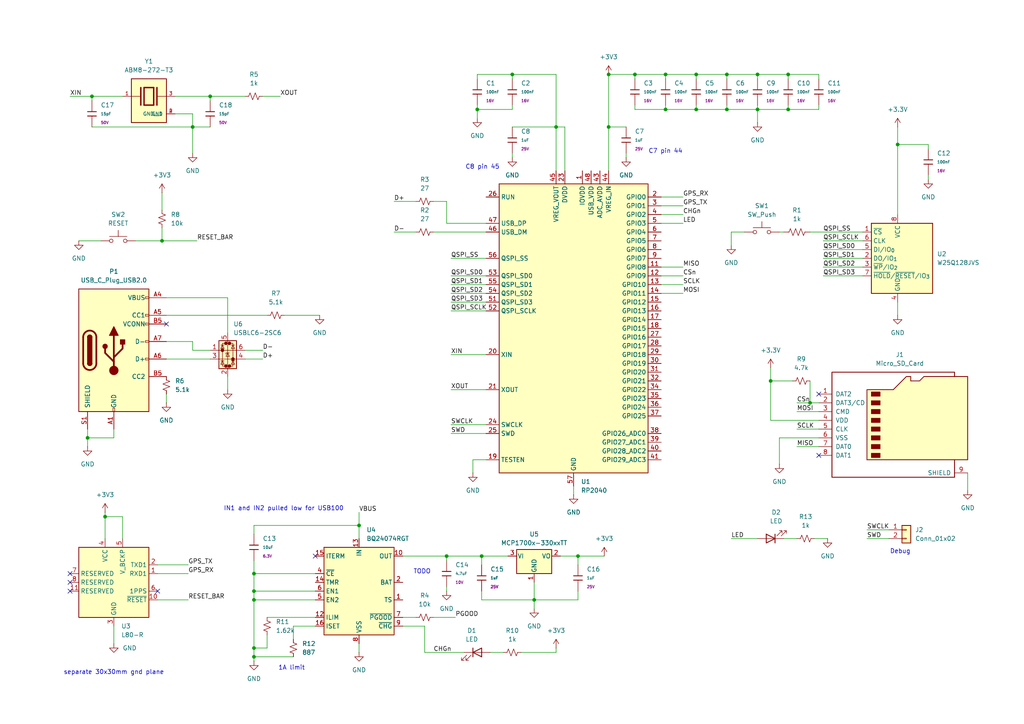
<source format=kicad_sch>
(kicad_sch (version 20250114) (generator "eeschema") (generator_version "9.0")
  (paper "A4")
  (title_block (title "AndrewTag - Personal GNSS Logger") (date "2025-12-02") (rev "1") (company "panpan designs"))
  (text "IN1 and IN2 pulled low for USB100\n" (at 82.296 147.574 0) (effects (font (size 1.27 1.27))))
  (text "1A limit" (at 84.582 193.802 0) (effects (font (size 1.27 1.27))))
  (text "separate 30x30mm gnd plane" (at 33.02 195.072 0) (effects (font (size 1.27 1.27))))
  (text "C8 pin 45\n" (at 139.954 48.514 0) (effects (font (size 1.27 1.27))))
  (text "TODO\n" (at 122.428 165.862 0) (effects (font (size 1.27 1.27))))
  (text "C7 pin 44\n" (at 193.04 43.942 0) (effects (font (size 1.27 1.27))))
  (text "Debug\n" (at 261.112 160.02 0) (effects (font (size 1.27 1.27))))
  (junction (at 176.53 21.59))
  (junction (at 154.94 173.99))
  (junction (at 167.64 161.29))
  (junction (at 25.4 127))
  (junction (at 73.66 187.96))
  (junction (at 138.43 31.75))
  (junction (at 73.66 171.45))
  (junction (at 260.35 41.91))
  (junction (at 223.52 110.49))
  (junction (at 55.88 36.83))
  (junction (at 184.15 21.59))
  (junction (at 129.54 161.29))
  (junction (at 73.66 166.37))
  (junction (at 176.53 36.83))
  (junction (at 73.66 173.99))
  (junction (at 201.93 21.59))
  (junction (at 161.29 36.83))
  (junction (at 234.95 116.84))
  (junction (at 210.82 31.75))
  (junction (at 104.14 152.4))
  (junction (at 139.7 161.29))
  (junction (at 193.04 21.59))
  (junction (at 30.48 149.86))
  (junction (at 210.82 21.59))
  (junction (at 148.59 21.59))
  (junction (at 60.96 27.94))
  (junction (at 73.66 190.5))
  (junction (at 219.71 31.75))
  (junction (at 193.04 31.75))
  (junction (at 228.6 21.59))
  (junction (at 228.6 31.75))
  (junction (at 219.71 21.59))
  (junction (at 26.67 27.94))
  (junction (at 46.99 69.85))
  (junction (at 201.93 31.75))
  (no_connect (at 45.72 171.45))
  (no_connect (at 237.49 114.3))
  (no_connect (at 91.44 161.29))
  (no_connect (at 48.26 93.98))
  (no_connect (at 20.32 168.91))
  (no_connect (at 237.49 132.08))
  (no_connect (at 20.32 166.37))
  (no_connect (at 20.32 171.45))
  (wire (pts (xy 73.66 187.96) (xy 73.66 190.5)))
  (wire (pts (xy 148.59 44.45) (xy 148.59 45.72)))
  (wire (pts (xy 231.14 129.54) (xy 237.49 129.54)))
  (wire (pts (xy 191.77 80.01) (xy 198.12 80.01)))
  (wire (pts (xy 104.14 152.4) (xy 73.66 152.4)))
  (wire (pts (xy 237.49 30.48) (xy 237.49 31.75)))
  (wire (pts (xy 191.77 85.09) (xy 198.12 85.09)))
  (wire (pts (xy 167.64 161.29) (xy 167.64 163.83)))
  (wire (pts (xy 163.83 36.83) (xy 163.83 49.53)))
  (wire (pts (xy 223.52 121.92) (xy 237.49 121.92)))
  (wire (pts (xy 167.64 161.29) (xy 175.26 161.29)))
  (wire (pts (xy 227.33 156.21) (xy 231.14 156.21)))
  (wire (pts (xy 73.66 152.4) (xy 73.66 154.94)))
  (wire (pts (xy 151.13 189.23) (xy 161.29 189.23)))
  (wire (pts (xy 228.6 31.75) (xy 237.49 31.75)))
  (wire (pts (xy 238.76 77.47) (xy 250.19 77.47)))
  (wire (pts (xy 237.49 127) (xy 226.06 127)))
  (wire (pts (xy 251.46 153.67) (xy 257.81 153.67)))
  (wire (pts (xy 228.6 21.59) (xy 237.49 21.59)))
  (wire (pts (xy 129.54 58.42) (xy 129.54 64.77)))
  (wire (pts (xy 116.84 161.29) (xy 129.54 161.29)))
  (wire (pts (xy 129.54 161.29) (xy 129.54 162.56)))
  (wire (pts (xy 125.73 179.07) (xy 132.08 179.07)))
  (wire (pts (xy 138.43 21.59) (xy 148.59 21.59)))
  (wire (pts (xy 55.88 36.83) (xy 60.96 36.83)))
  (wire (pts (xy 191.77 77.47) (xy 198.12 77.47)))
  (wire (pts (xy 191.77 59.69) (xy 198.12 59.69)))
  (wire (pts (xy 137.16 133.35) (xy 137.16 137.16)))
  (wire (pts (xy 30.48 148.59) (xy 30.48 149.86)))
  (wire (pts (xy 260.35 87.63) (xy 260.35 91.44)))
  (wire (pts (xy 82.55 91.44) (xy 92.71 91.44)))
  (wire (pts (xy 71.12 101.6) (xy 76.2 101.6)))
  (wire (pts (xy 130.81 85.09) (xy 140.97 85.09)))
  (wire (pts (xy 66.04 96.52) (xy 66.04 86.36)))
  (wire (pts (xy 130.81 87.63) (xy 140.97 87.63)))
  (wire (pts (xy 260.35 41.91) (xy 269.24 41.91)))
  (wire (pts (xy 91.44 166.37) (xy 73.66 166.37)))
  (wire (pts (xy 269.24 50.8) (xy 269.24 52.07)))
  (wire (pts (xy 219.71 21.59) (xy 219.71 22.86)))
  (wire (pts (xy 201.93 30.48) (xy 201.93 31.75)))
  (wire (pts (xy 161.29 36.83) (xy 161.29 49.53)))
  (wire (pts (xy 238.76 69.85) (xy 250.19 69.85)))
  (wire (pts (xy 50.8 33.02) (xy 55.88 33.02)))
  (wire (pts (xy 55.88 33.02) (xy 55.88 36.83)))
  (wire (pts (xy 191.77 62.23) (xy 198.12 62.23)))
  (wire (pts (xy 26.67 27.94) (xy 26.67 29.21)))
  (wire (pts (xy 20.32 27.94) (xy 26.67 27.94)))
  (wire (pts (xy 215.9 67.31) (xy 212.09 67.31)))
  (wire (pts (xy 231.14 119.38) (xy 237.49 119.38)))
  (wire (pts (xy 123.19 181.61) (xy 116.84 181.61)))
  (wire (pts (xy 154.94 173.99) (xy 167.64 173.99)))
  (wire (pts (xy 228.6 30.48) (xy 228.6 31.75)))
  (wire (pts (xy 176.53 21.59) (xy 176.53 36.83)))
  (wire (pts (xy 33.02 181.61) (xy 33.02 186.69)))
  (wire (pts (xy 142.24 189.23) (xy 146.05 189.23)))
  (wire (pts (xy 25.4 124.46) (xy 25.4 127)))
  (wire (pts (xy 212.09 67.31) (xy 212.09 71.12)))
  (wire (pts (xy 251.46 156.21) (xy 257.81 156.21)))
  (wire (pts (xy 73.66 171.45) (xy 91.44 171.45)))
  (wire (pts (xy 55.88 101.6) (xy 60.96 101.6)))
  (wire (pts (xy 114.3 67.31) (xy 120.65 67.31)))
  (wire (pts (xy 201.93 21.59) (xy 201.93 22.86)))
  (wire (pts (xy 85.09 181.61) (xy 85.09 185.42)))
  (wire (pts (xy 234.95 67.31) (xy 250.19 67.31)))
  (wire (pts (xy 167.64 161.29) (xy 162.56 161.29)))
  (wire (pts (xy 39.37 69.85) (xy 46.99 69.85)))
  (wire (pts (xy 130.81 74.93) (xy 140.97 74.93)))
  (wire (pts (xy 73.66 190.5) (xy 85.09 190.5)))
  (wire (pts (xy 46.99 69.85) (xy 57.15 69.85)))
  (wire (pts (xy 237.49 21.59) (xy 237.49 22.86)))
  (wire (pts (xy 236.22 156.21) (xy 240.03 156.21)))
  (wire (pts (xy 73.66 190.5) (xy 73.66 191.77)))
  (wire (pts (xy 45.72 163.83) (xy 54.61 163.83)))
  (wire (pts (xy 130.81 125.73) (xy 140.97 125.73)))
  (wire (pts (xy 148.59 30.48) (xy 148.59 31.75)))
  (wire (pts (xy 46.99 69.85) (xy 46.99 66.04)))
  (wire (pts (xy 140.97 133.35) (xy 137.16 133.35)))
  (wire (pts (xy 228.6 21.59) (xy 228.6 22.86)))
  (wire (pts (xy 130.81 80.01) (xy 140.97 80.01)))
  (wire (pts (xy 35.56 149.86) (xy 35.56 156.21)))
  (wire (pts (xy 181.61 44.45) (xy 181.61 45.72)))
  (wire (pts (xy 212.09 156.21) (xy 219.71 156.21)))
  (wire (pts (xy 210.82 21.59) (xy 219.71 21.59)))
  (wire (pts (xy 260.35 36.83) (xy 260.35 41.91)))
  (wire (pts (xy 138.43 30.48) (xy 138.43 31.75)))
  (wire (pts (xy 148.59 21.59) (xy 161.29 21.59)))
  (wire (pts (xy 130.81 123.19) (xy 140.97 123.19)))
  (wire (pts (xy 193.04 21.59) (xy 193.04 22.86)))
  (wire (pts (xy 191.77 64.77) (xy 198.12 64.77)))
  (wire (pts (xy 91.44 181.61) (xy 85.09 181.61)))
  (wire (pts (xy 138.43 31.75) (xy 138.43 34.29)))
  (wire (pts (xy 130.81 113.03) (xy 140.97 113.03)))
  (wire (pts (xy 161.29 189.23) (xy 161.29 187.96)))
  (wire (pts (xy 25.4 127) (xy 25.4 129.54)))
  (wire (pts (xy 234.95 116.84) (xy 237.49 116.84)))
  (wire (pts (xy 231.14 116.84) (xy 234.95 116.84)))
  (wire (pts (xy 260.35 41.91) (xy 260.35 62.23)))
  (wire (pts (xy 167.64 171.45) (xy 167.64 173.99)))
  (wire (pts (xy 269.24 41.91) (xy 269.24 43.18)))
  (wire (pts (xy 130.81 90.17) (xy 140.97 90.17)))
  (wire (pts (xy 166.37 140.97) (xy 166.37 143.51)))
  (wire (pts (xy 161.29 21.59) (xy 161.29 36.83)))
  (wire (pts (xy 223.52 110.49) (xy 223.52 121.92)))
  (wire (pts (xy 125.73 58.42) (xy 129.54 58.42)))
  (wire (pts (xy 226.06 67.31) (xy 227.33 67.31)))
  (wire (pts (xy 176.53 36.83) (xy 181.61 36.83)))
  (wire (pts (xy 210.82 30.48) (xy 210.82 31.75)))
  (wire (pts (xy 219.71 30.48) (xy 219.71 31.75)))
  (wire (pts (xy 55.88 36.83) (xy 55.88 44.45)))
  (wire (pts (xy 134.62 189.23) (xy 123.19 189.23)))
  (wire (pts (xy 201.93 31.75) (xy 210.82 31.75)))
  (wire (pts (xy 219.71 21.59) (xy 228.6 21.59)))
  (wire (pts (xy 77.47 187.96) (xy 73.66 187.96)))
  (wire (pts (xy 210.82 21.59) (xy 210.82 22.86)))
  (wire (pts (xy 154.94 173.99) (xy 154.94 176.53)))
  (wire (pts (xy 73.66 166.37) (xy 73.66 171.45)))
  (wire (pts (xy 223.52 106.68) (xy 223.52 110.49)))
  (wire (pts (xy 60.96 27.94) (xy 71.12 27.94)))
  (wire (pts (xy 161.29 36.83) (xy 163.83 36.83)))
  (wire (pts (xy 191.77 82.55) (xy 198.12 82.55)))
  (wire (pts (xy 138.43 21.59) (xy 138.43 22.86)))
  (wire (pts (xy 184.15 31.75) (xy 193.04 31.75)))
  (wire (pts (xy 201.93 21.59) (xy 210.82 21.59)))
  (wire (pts (xy 45.72 166.37) (xy 54.61 166.37)))
  (wire (pts (xy 139.7 161.29) (xy 139.7 163.83)))
  (wire (pts (xy 104.14 152.4) (xy 104.14 156.21)))
  (wire (pts (xy 48.26 104.14) (xy 60.96 104.14)))
  (wire (pts (xy 26.67 36.83) (xy 55.88 36.83)))
  (wire (pts (xy 234.95 110.49) (xy 234.95 116.84)))
  (wire (pts (xy 66.04 109.22) (xy 66.04 113.03)))
  (wire (pts (xy 193.04 31.75) (xy 201.93 31.75)))
  (wire (pts (xy 30.48 149.86) (xy 35.56 149.86)))
  (wire (pts (xy 129.54 64.77) (xy 140.97 64.77)))
  (wire (pts (xy 139.7 171.45) (xy 139.7 173.99)))
  (wire (pts (xy 139.7 161.29) (xy 147.32 161.29)))
  (wire (pts (xy 22.86 69.85) (xy 29.21 69.85)))
  (wire (pts (xy 125.73 67.31) (xy 140.97 67.31)))
  (wire (pts (xy 280.67 137.16) (xy 280.67 142.24)))
  (wire (pts (xy 238.76 74.93) (xy 250.19 74.93)))
  (wire (pts (xy 77.47 184.15) (xy 77.47 187.96)))
  (wire (pts (xy 76.2 27.94) (xy 81.28 27.94)))
  (wire (pts (xy 231.14 124.46) (xy 237.49 124.46)))
  (wire (pts (xy 238.76 80.01) (xy 250.19 80.01)))
  (wire (pts (xy 48.26 99.06) (xy 55.88 99.06)))
  (wire (pts (xy 184.15 21.59) (xy 184.15 22.86)))
  (wire (pts (xy 193.04 30.48) (xy 193.04 31.75)))
  (wire (pts (xy 73.66 173.99) (xy 73.66 187.96)))
  (wire (pts (xy 148.59 21.59) (xy 148.59 22.86)))
  (wire (pts (xy 30.48 149.86) (xy 30.48 156.21)))
  (wire (pts (xy 210.82 31.75) (xy 219.71 31.75)))
  (wire (pts (xy 77.47 179.07) (xy 91.44 179.07)))
  (wire (pts (xy 114.3 58.42) (xy 120.65 58.42)))
  (wire (pts (xy 130.81 82.55) (xy 140.97 82.55)))
  (wire (pts (xy 161.29 36.83) (xy 148.59 36.83)))
  (wire (pts (xy 139.7 173.99) (xy 154.94 173.99)))
  (wire (pts (xy 130.81 102.87) (xy 140.97 102.87)))
  (wire (pts (xy 176.53 21.59) (xy 184.15 21.59)))
  (wire (pts (xy 48.26 86.36) (xy 66.04 86.36)))
  (wire (pts (xy 33.02 127) (xy 33.02 124.46)))
  (wire (pts (xy 73.66 171.45) (xy 73.66 173.99)))
  (wire (pts (xy 60.96 27.94) (xy 60.96 29.21)))
  (wire (pts (xy 71.12 104.14) (xy 76.2 104.14)))
  (wire (pts (xy 48.26 114.3) (xy 48.26 116.84)))
  (wire (pts (xy 116.84 179.07) (xy 120.65 179.07)))
  (wire (pts (xy 184.15 21.59) (xy 193.04 21.59)))
  (wire (pts (xy 123.19 189.23) (xy 123.19 181.61)))
  (wire (pts (xy 219.71 31.75) (xy 219.71 35.56)))
  (wire (pts (xy 191.77 57.15) (xy 198.12 57.15)))
  (wire (pts (xy 55.88 99.06) (xy 55.88 101.6)))
  (wire (pts (xy 193.04 21.59) (xy 201.93 21.59)))
  (wire (pts (xy 104.14 148.59) (xy 104.14 152.4)))
  (wire (pts (xy 26.67 27.94) (xy 35.56 27.94)))
  (wire (pts (xy 226.06 127) (xy 226.06 134.62)))
  (wire (pts (xy 219.71 31.75) (xy 228.6 31.75)))
  (wire (pts (xy 238.76 72.39) (xy 250.19 72.39)))
  (wire (pts (xy 45.72 173.99) (xy 54.61 173.99)))
  (wire (pts (xy 73.66 173.99) (xy 91.44 173.99)))
  (wire (pts (xy 48.26 91.44) (xy 77.47 91.44)))
  (wire (pts (xy 184.15 30.48) (xy 184.15 31.75)))
  (wire (pts (xy 176.53 36.83) (xy 176.53 49.53)))
  (wire (pts (xy 50.8 27.94) (xy 60.96 27.94)))
  (wire (pts (xy 154.94 168.91) (xy 154.94 173.99)))
  (wire (pts (xy 129.54 170.18) (xy 129.54 171.45)))
  (wire (pts (xy 46.99 55.88) (xy 46.99 60.96)))
  (wire (pts (xy 148.59 31.75) (xy 138.43 31.75)))
  (wire (pts (xy 129.54 161.29) (xy 139.7 161.29)))
  (wire (pts (xy 223.52 110.49) (xy 229.87 110.49)))
  (wire (pts (xy 73.66 162.56) (xy 73.66 166.37)))
  (wire (pts (xy 104.14 186.69) (xy 104.14 189.23)))
  (wire (pts (xy 25.4 127) (xy 33.02 127)))
  (label "XIN" (at 130.81 102.87 0))
  (label "QSPI_SD0" (at 130.81 80.01 0))
  (label "RESET_BAR" (at 57.15 69.85 0))
  (label "SCLK" (at 231.14 124.46 0))
  (label "GPS_TX" (at 198.12 59.69 0))
  (label "MOSI" (at 231.14 119.38 0))
  (label "SWD" (at 251.46 156.21 0))
  (label "D-" (at 76.2 101.6 0))
  (label "GPS_RX" (at 198.12 57.15 0))
  (label "GPS_RX" (at 54.61 166.37 0))
  (label "D+" (at 114.3 58.42 0))
  (label "SWCLK" (at 130.81 123.19 0))
  (label "MISO" (at 198.12 77.47 0))
  (label "XOUT" (at 130.81 113.03 0))
  (label "CSn" (at 231.14 116.84 0))
  (label "QSPI_SD1" (at 238.76 74.93 0))
  (label "MISO" (at 231.14 129.54 0))
  (label "QSPI_SD2" (at 130.81 85.09 0))
  (label "QSPI_SD1" (at 130.81 82.55 0))
  (label "SWD" (at 130.81 125.73 0))
  (label "SWCLK" (at 251.46 153.67 0))
  (label "CSn" (at 198.12 80.01 0))
  (label "LED" (at 198.12 64.77 0))
  (label "QSPI_SD3" (at 130.81 87.63 0))
  (label "VBUS" (at 104.14 148.59 0))
  (label "QSPI_SS" (at 238.76 67.31 0))
  (label "RESET_BAR" (at 54.61 173.99 0))
  (label "LED" (at 212.09 156.21 0))
  (label "CHGn" (at 125.73 189.23 0))
  (label "XIN" (at 20.32 27.94 0))
  (label "PGOOD" (at 132.08 179.07 0))
  (label "GPS_TX" (at 54.61 163.83 0))
  (label "QSPI_SD2" (at 238.76 77.47 0))
  (label "QSPI_SCLK" (at 238.76 69.85 0))
  (label "MOSI" (at 198.12 85.09 0))
  (label "D-" (at 114.3 67.31 0))
  (label "CHGn" (at 198.12 62.23 0))
  (label "D+" (at 76.2 104.14 0))
  (label "QSPI_SCLK" (at 130.81 90.17 0))
  (label "SCLK" (at 198.12 82.55 0))
  (label "QSPI_SD3" (at 238.76 80.01 0))
  (label "XOUT" (at 81.28 27.94 0))
  (label "QSPI_SD0" (at 238.76 72.39 0))
  (label "QSPI_SS" (at 130.81 74.93 0))
  (symbol (lib_id "Switch:SW_Push") (at 34.29 69.85 0) (unit 1)
    (property "Reference" "SW2" (at 34.29 62.23 0))
    (property "Value" "RESET" (at 34.29 64.77 0))
    (property "Description" "Push button switch, generic, two pins" (effects (hide yes)))
  )
  (symbol (lib_id "power:GND") (at 226.06 134.62 0) (unit 1)
    (property "Reference" "#PWR027" (effects (hide yes)))
    (property "Value" "GND" (at 226.06 139.7 0))
    (property "Description" "Power symbol creates a global label with name \"GND\" , ground" (effects (hide yes)))
  )
  (symbol (lib_id "power:GND") (at 269.24 52.07 0) (unit 1)
    (property "Reference" "#PWR02" (effects (hide yes)))
    (property "Value" "GND" (at 269.24 57.15 0))
    (property "Description" "Power symbol creates a global label with name \"GND\" , ground" (effects (hide yes)))
  )
  (symbol (lib_id "power:GND") (at 25.4 129.54 0) (unit 1)
    (property "Reference" "#PWR020" (effects (hide yes)))
    (property "Value" "GND" (at 25.4 134.62 0))
    (property "Description" "Power symbol creates a global label with name \"GND\" , ground" (effects (hide yes)))
  )
  (symbol (lib_id "PCM_JLCPCB-Capacitors:0402,15pF") (at 60.96 33.02 0) (unit 1)
    (property "Reference" "C18" (at 63.5 30.4799 0) (effects (justify left)))
    (property "Value" "15pF" (at 63.5 33.02 0) (effects (font (size 0.8 0.8)) (justify left)))
    (property "Footprint" "PCM_JLCPCB:C_0402" (effects (hide yes)))
    (property "Datasheet" "https://www.lcsc.com/datasheet/lcsc_datasheet_2304140030_FH--Guangdong-Fenghua-Advanced-Tech-0402CG150J500NT_C1548.pdf" (effects (hide yes)))
    (property "Description" "50V 15pF C0G ±5% 0402 Multilayer Ceramic Capacitors MLCC - SMD/SMT ROHS" (effects (hide yes)))
    (property "LCSC" "C1548" (effects (hide yes)))
    (property "Stock" "959507" (effects (hide yes)))
    (property "Price" "0.004USD" (effects (hide yes)))
    (property "Process" "SMT" (effects (hide yes)))
    (property "Minimum Qty" "20" (effects (hide yes)))
    (property "Attrition Qty" "10" (effects (hide yes)))
    (property "Class" "Basic Component" (effects (hide yes)))
    (property "Category" "Capacitors,Multilayer Ceramic Capacitors MLCC - SMD/SMT" (effects (hide yes)))
    (property "Manufacturer" "FH(Guangdong Fenghua Advanced Tech)" (effects (hide yes)))
    (property "Part" "0402CG150J500NT" (effects (hide yes)))
    (property "Voltage Rated" "50V" (at 63.5 35.56 0) (effects (font (size 0.8 0.8)) (justify left)))
    (property "Tolerance" "±5%" (effects (hide yes)))
    (property "Capacitance" "15pF" (effects (hide yes)))
    (property "Temperature Coefficient" "C0G" (effects (hide yes)))
  )
  (symbol (lib_id "Device:R_Small_US") (at 123.19 67.31 270) (unit 1)
    (property "Reference" "R2" (at 123.19 60.96 90))
    (property "Value" "27" (at 123.19 63.5 90))
    (property "Description" "Resistor, small US symbol" (effects (hide yes)))
  )
  (symbol (lib_id "power:GND") (at 104.14 189.23 0) (unit 1)
    (property "Reference" "#PWR013" (effects (hide yes)))
    (property "Value" "GND" (at 104.14 194.31 0))
    (property "Description" "Power symbol creates a global label with name \"GND\" , ground" (effects (hide yes)))
  )
  (symbol (lib_id "ABM8-272-T3:ABM8-272-T3") (at 43.18 27.94 0) (unit 1)
    (property "Reference" "Y1" (at 43.18 17.78 0))
    (property "Value" "ABM8-272-T3" (at 43.18 20.32 0))
    (property "Footprint" "ABM8-272-T3:XTAL_ABM8-272-T3" (effects (hide yes)))
    (property "MAXIMUM_PACKAGE_HEIGHT" "0.8mm" (effects (hide yes)))
    (property "CREATOR" "DIZAR" (effects (hide yes)))
    (property "STANDARD" "Manufacturer Recommendations" (effects (hide yes)))
    (property "PARTREV" "07-29-20" (effects (hide yes)))
    (property "MANUFACTURER" "ABRACON" (effects (hide yes)))
  )
  (symbol (lib_id "PCM_JLCPCB-Capacitors:0402,100nF") (at 210.82 26.67 0) (unit 1)
    (property "Reference" "C6" (at 213.36 24.1299 0) (effects (justify left)))
    (property "Value" "100nF" (at 213.36 26.67 0) (effects (font (size 0.8 0.8)) (justify left)))
    (property "Footprint" "PCM_JLCPCB:C_0402" (effects (hide yes)))
    (property "Datasheet" "https://www.lcsc.com/datasheet/lcsc_datasheet_2304140030_Samsung-Electro-Mechanics-CL05B104KO5NNNC_C1525.pdf" (effects (hide yes)))
    (property "Description" "16V 100nF X7R ±10% 0402 Multilayer Ceramic Capacitors MLCC - SMD/SMT ROHS" (effects (hide yes)))
    (property "LCSC" "C1525" (effects (hide yes)))
    (property "Stock" "20208285" (effects (hide yes)))
    (property "Price" "0.004USD" (effects (hide yes)))
    (property "Process" "SMT" (effects (hide yes)))
    (property "Minimum Qty" "20" (effects (hide yes)))
    (property "Attrition Qty" "10" (effects (hide yes)))
    (property "Class" "Basic Component" (effects (hide yes)))
    (property "Category" "Capacitors,Multilayer Ceramic Capacitors MLCC - SMD/SMT" (effects (hide yes)))
    (property "Manufacturer" "Samsung Electro-Mechanics" (effects (hide yes)))
    (property "Part" "CL05B104KO5NNNC" (effects (hide yes)))
    (property "Voltage Rated" "16V" (at 213.36 29.21 0) (effects (font (size 0.8 0.8)) (justify left)))
    (property "Tolerance" "±10%" (effects (hide yes)))
    (property "Capacitance" "100nF" (effects (hide yes)))
    (property "Temperature Coefficient" "X7R" (effects (hide yes)))
  )
  (symbol (lib_id "power:GND") (at 92.71 91.44 0) (unit 1)
    (property "Reference" "#PWR018" (effects (hide yes)))
    (property "Value" "GND" (at 92.71 96.52 0))
    (property "Description" "Power symbol creates a global label with name \"GND\" , ground" (effects (hide yes)))
  )
  (symbol (lib_id "Connector:Micro_SD_Card") (at 260.35 121.92 0) (unit 1)
    (property "Reference" "J1" (at 260.985 102.87 0))
    (property "Value" "Micro_SD_Card" (at 260.985 105.41 0))
    (property "Datasheet" "https://www.we-online.com/components/products/datasheet/693072010801.pdf" (effects (hide yes)))
    (property "Description" "Micro SD Card Socket" (effects (hide yes)))
  )
  (symbol (lib_id "PCM_JLCPCB-Capacitors:0402,1uF") (at 148.59 40.64 0) (unit 1)
    (property "Reference" "C8" (at 151.13 38.0999 0) (effects (justify left)))
    (property "Value" "1uF" (at 151.13 40.64 0) (effects (font (size 0.8 0.8)) (justify left)))
    (property "Footprint" "PCM_JLCPCB:C_0402" (effects (hide yes)))
    (property "Datasheet" "https://www.lcsc.com/datasheet/lcsc_datasheet_2304140030_Samsung-Electro-Mechanics-CL05A105KA5NQNC_C52923.pdf" (effects (hide yes)))
    (property "Description" "25V 1uF X5R ±10% 0402 Multilayer Ceramic Capacitors MLCC - SMD/SMT ROHS" (effects (hide yes)))
    (property "LCSC" "C52923" (effects (hide yes)))
    (property "Stock" "7021828" (effects (hide yes)))
    (property "Price" "0.006USD" (effects (hide yes)))
    (property "Process" "SMT" (effects (hide yes)))
    (property "Minimum Qty" "20" (effects (hide yes)))
    (property "Attrition Qty" "10" (effects (hide yes)))
    (property "Class" "Basic Component" (effects (hide yes)))
    (property "Category" "Capacitors,Multilayer Ceramic Capacitors MLCC - SMD/SMT" (effects (hide yes)))
    (property "Manufacturer" "Samsung Electro-Mechanics" (effects (hide yes)))
    (property "Part" "CL05A105KA5NQNC" (effects (hide yes)))
    (property "Voltage Rated" "25V" (at 151.13 43.18 0) (effects (font (size 0.8 0.8)) (justify left)))
    (property "Tolerance" "±10%" (effects (hide yes)))
    (property "Capacitance" "1uF" (effects (hide yes)))
    (property "Temperature Coefficient" "X5R" (effects (hide yes)))
  )
  (symbol (lib_id "power:GND") (at 55.88 44.45 0) (unit 1)
    (property "Reference" "#PWR016" (effects (hide yes)))
    (property "Value" "GND" (at 55.88 49.53 0))
    (property "Description" "Power symbol creates a global label with name \"GND\" , ground" (effects (hide yes)))
  )
  (symbol (lib_id "PCM_JLCPCB-Capacitors:0402,15pF") (at 26.67 33.02 0) (unit 1)
    (property "Reference" "C17" (at 29.21 30.4799 0) (effects (justify left)))
    (property "Value" "15pF" (at 29.21 33.02 0) (effects (font (size 0.8 0.8)) (justify left)))
    (property "Footprint" "PCM_JLCPCB:C_0402" (effects (hide yes)))
    (property "Datasheet" "https://www.lcsc.com/datasheet/lcsc_datasheet_2304140030_FH--Guangdong-Fenghua-Advanced-Tech-0402CG150J500NT_C1548.pdf" (effects (hide yes)))
    (property "Description" "50V 15pF C0G ±5% 0402 Multilayer Ceramic Capacitors MLCC - SMD/SMT ROHS" (effects (hide yes)))
    (property "LCSC" "C1548" (effects (hide yes)))
    (property "Stock" "959507" (effects (hide yes)))
    (property "Price" "0.004USD" (effects (hide yes)))
    (property "Process" "SMT" (effects (hide yes)))
    (property "Minimum Qty" "20" (effects (hide yes)))
    (property "Attrition Qty" "10" (effects (hide yes)))
    (property "Class" "Basic Component" (effects (hide yes)))
    (property "Category" "Capacitors,Multilayer Ceramic Capacitors MLCC - SMD/SMT" (effects (hide yes)))
    (property "Manufacturer" "FH(Guangdong Fenghua Advanced Tech)" (effects (hide yes)))
    (property "Part" "0402CG150J500NT" (effects (hide yes)))
    (property "Voltage Rated" "50V" (at 29.21 35.56 0) (effects (font (size 0.8 0.8)) (justify left)))
    (property "Tolerance" "±5%" (effects (hide yes)))
    (property "Capacitance" "15pF" (effects (hide yes)))
    (property "Temperature Coefficient" "C0G" (effects (hide yes)))
  )
  (symbol (lib_id "Device:R_Small_US") (at 73.66 27.94 90) (unit 1)
    (property "Reference" "R5" (at 73.66 21.59 90))
    (property "Value" "1k" (at 73.66 24.13 90))
    (property "Description" "Resistor, small US symbol" (effects (hide yes)))
  )
  (symbol (lib_id "power:GND") (at 73.66 191.77 0) (unit 1)
    (property "Reference" "#PWR011" (effects (hide yes)))
    (property "Value" "GND" (at 73.66 196.85 0))
    (property "Description" "Power symbol creates a global label with name \"GND\" , ground" (effects (hide yes)))
  )
  (symbol (lib_id "PCM_JLCPCB-Capacitors:0402,1uF") (at 181.61 40.64 0) (unit 1)
    (property "Reference" "C7" (at 184.15 38.0999 0) (effects (justify left)))
    (property "Value" "1uF" (at 184.15 40.64 0) (effects (font (size 0.8 0.8)) (justify left)))
    (property "Footprint" "PCM_JLCPCB:C_0402" (effects (hide yes)))
    (property "Datasheet" "https://www.lcsc.com/datasheet/lcsc_datasheet_2304140030_Samsung-Electro-Mechanics-CL05A105KA5NQNC_C52923.pdf" (effects (hide yes)))
    (property "Description" "25V 1uF X5R ±10% 0402 Multilayer Ceramic Capacitors MLCC - SMD/SMT ROHS" (effects (hide yes)))
    (property "LCSC" "C52923" (effects (hide yes)))
    (property "Stock" "7021828" (effects (hide yes)))
    (property "Price" "0.006USD" (effects (hide yes)))
    (property "Process" "SMT" (effects (hide yes)))
    (property "Minimum Qty" "20" (effects (hide yes)))
    (property "Attrition Qty" "10" (effects (hide yes)))
    (property "Class" "Basic Component" (effects (hide yes)))
    (property "Category" "Capacitors,Multilayer Ceramic Capacitors MLCC - SMD/SMT" (effects (hide yes)))
    (property "Manufacturer" "Samsung Electro-Mechanics" (effects (hide yes)))
    (property "Part" "CL05A105KA5NQNC" (effects (hide yes)))
    (property "Voltage Rated" "25V" (at 184.15 43.18 0) (effects (font (size 0.8 0.8)) (justify left)))
    (property "Tolerance" "±10%" (effects (hide yes)))
    (property "Capacitance" "1uF" (effects (hide yes)))
    (property "Temperature Coefficient" "X5R" (effects (hide yes)))
  )
  (symbol (lib_id "PCM_JLCPCB-Capacitors:0402,100nF") (at 219.71 26.67 0) (unit 1)
    (property "Reference" "C9" (at 222.25 24.1299 0) (effects (justify left)))
    (property "Value" "100nF" (at 222.25 26.67 0) (effects (font (size 0.8 0.8)) (justify left)))
    (property "Footprint" "PCM_JLCPCB:C_0402" (effects (hide yes)))
    (property "Datasheet" "https://www.lcsc.com/datasheet/lcsc_datasheet_2304140030_Samsung-Electro-Mechanics-CL05B104KO5NNNC_C1525.pdf" (effects (hide yes)))
    (property "Description" "16V 100nF X7R ±10% 0402 Multilayer Ceramic Capacitors MLCC - SMD/SMT ROHS" (effects (hide yes)))
    (property "LCSC" "C1525" (effects (hide yes)))
    (property "Stock" "20208285" (effects (hide yes)))
    (property "Price" "0.004USD" (effects (hide yes)))
    (property "Process" "SMT" (effects (hide yes)))
    (property "Minimum Qty" "20" (effects (hide yes)))
    (property "Attrition Qty" "10" (effects (hide yes)))
    (property "Class" "Basic Component" (effects (hide yes)))
    (property "Category" "Capacitors,Multilayer Ceramic Capacitors MLCC - SMD/SMT" (effects (hide yes)))
    (property "Manufacturer" "Samsung Electro-Mechanics" (effects (hide yes)))
    (property "Part" "CL05B104KO5NNNC" (effects (hide yes)))
    (property "Voltage Rated" "16V" (at 222.25 29.21 0) (effects (font (size 0.8 0.8)) (justify left)))
    (property "Tolerance" "±10%" (effects (hide yes)))
    (property "Capacitance" "100nF" (effects (hide yes)))
    (property "Temperature Coefficient" "X7R" (effects (hide yes)))
  )
  (symbol (lib_id "power:+3V3") (at 46.99 55.88 0) (unit 1)
    (property "Reference" "#PWR024" (effects (hide yes)))
    (property "Value" "+3V3" (at 46.99 50.8 0))
    (property "Description" "Power symbol creates a global label with name \"+3V3\"" (effects (hide yes)))
  )
  (symbol (lib_id "power:+3V3") (at 161.29 187.96 0) (unit 1)
    (property "Reference" "#PWR029" (effects (hide yes)))
    (property "Value" "+3V3" (at 161.29 182.88 0))
    (property "Description" "Power symbol creates a global label with name \"+3V3\"" (effects (hide yes)))
  )
  (symbol (lib_id "power:GND") (at 48.26 116.84 0) (unit 1)
    (property "Reference" "#PWR019" (effects (hide yes)))
    (property "Value" "GND" (at 48.26 121.92 0))
    (property "Description" "Power symbol creates a global label with name \"GND\" , ground" (effects (hide yes)))
  )
  (symbol (lib_id "PCM_JLCPCB-Capacitors:0402,100nF") (at 269.24 46.99 0) (unit 1)
    (property "Reference" "C12" (at 271.78 44.4499 0) (effects (justify left)))
    (property "Value" "100nF" (at 271.78 46.99 0) (effects (font (size 0.8 0.8)) (justify left)))
    (property "Footprint" "PCM_JLCPCB:C_0402" (effects (hide yes)))
    (property "Datasheet" "https://www.lcsc.com/datasheet/lcsc_datasheet_2304140030_Samsung-Electro-Mechanics-CL05B104KO5NNNC_C1525.pdf" (effects (hide yes)))
    (property "Description" "16V 100nF X7R ±10% 0402 Multilayer Ceramic Capacitors MLCC - SMD/SMT ROHS" (effects (hide yes)))
    (property "LCSC" "C1525" (effects (hide yes)))
    (property "Stock" "20208285" (effects (hide yes)))
    (property "Price" "0.004USD" (effects (hide yes)))
    (property "Process" "SMT" (effects (hide yes)))
    (property "Minimum Qty" "20" (effects (hide yes)))
    (property "Attrition Qty" "10" (effects (hide yes)))
    (property "Class" "Basic Component" (effects (hide yes)))
    (property "Category" "Capacitors,Multilayer Ceramic Capacitors MLCC - SMD/SMT" (effects (hide yes)))
    (property "Manufacturer" "Samsung Electro-Mechanics" (effects (hide yes)))
    (property "Part" "CL05B104KO5NNNC" (effects (hide yes)))
    (property "Voltage Rated" "16V" (at 271.78 49.53 0) (effects (font (size 0.8 0.8)) (justify left)))
    (property "Tolerance" "±10%" (effects (hide yes)))
    (property "Capacitance" "100nF" (effects (hide yes)))
    (property "Temperature Coefficient" "X7R" (effects (hide yes)))
  )
  (symbol (lib_id "PCM_JLCPCB-Capacitors:0402,100nF") (at 184.15 26.67 0) (unit 1)
    (property "Reference" "C3" (at 186.69 24.1299 0) (effects (justify left)))
    (property "Value" "100nF" (at 186.69 26.67 0) (effects (font (size 0.8 0.8)) (justify left)))
    (property "Footprint" "PCM_JLCPCB:C_0402" (effects (hide yes)))
    (property "Datasheet" "https://www.lcsc.com/datasheet/lcsc_datasheet_2304140030_Samsung-Electro-Mechanics-CL05B104KO5NNNC_C1525.pdf" (effects (hide yes)))
    (property "Description" "16V 100nF X7R ±10% 0402 Multilayer Ceramic Capacitors MLCC - SMD/SMT ROHS" (effects (hide yes)))
    (property "LCSC" "C1525" (effects (hide yes)))
    (property "Stock" "20208285" (effects (hide yes)))
    (property "Price" "0.004USD" (effects (hide yes)))
    (property "Process" "SMT" (effects (hide yes)))
    (property "Minimum Qty" "20" (effects (hide yes)))
    (property "Attrition Qty" "10" (effects (hide yes)))
    (property "Class" "Basic Component" (effects (hide yes)))
    (property "Category" "Capacitors,Multilayer Ceramic Capacitors MLCC - SMD/SMT" (effects (hide yes)))
    (property "Manufacturer" "Samsung Electro-Mechanics" (effects (hide yes)))
    (property "Part" "CL05B104KO5NNNC" (effects (hide yes)))
    (property "Voltage Rated" "16V" (at 186.69 29.21 0) (effects (font (size 0.8 0.8)) (justify left)))
    (property "Tolerance" "±10%" (effects (hide yes)))
    (property "Capacitance" "100nF" (effects (hide yes)))
    (property "Temperature Coefficient" "X7R" (effects (hide yes)))
  )
  (symbol (lib_id "power:GND") (at 66.04 113.03 0) (unit 1)
    (property "Reference" "#PWR023" (effects (hide yes)))
    (property "Value" "GND" (at 66.04 118.11 0))
    (property "Description" "Power symbol creates a global label with name \"GND\" , ground" (effects (hide yes)))
  )
  (symbol (lib_id "power:GND") (at 260.35 91.44 0) (unit 1)
    (property "Reference" "#PWR04" (effects (hide yes)))
    (property "Value" "GND" (at 260.35 96.52 0))
    (property "Description" "Power symbol creates a global label with name \"GND\" , ground" (effects (hide yes)))
  )
  (symbol (lib_id "Device:R_Small_US") (at 85.09 187.96 180) (unit 1)
    (property "Reference" "R12" (at 87.63 186.6899 0) (effects (justify right)))
    (property "Value" "887" (at 87.63 189.2299 0) (effects (justify right)))
    (property "Description" "Resistor, small US symbol" (effects (hide yes)))
  )
  (symbol (lib_id "PCM_JLCPCB-Capacitors:0402,1uF") (at 139.7 167.64 0) (unit 1)
    (property "Reference" "C15" (at 142.24 165.0999 0) (effects (justify left)))
    (property "Value" "1uF" (at 142.24 167.64 0) (effects (font (size 0.8 0.8)) (justify left)))
    (property "Footprint" "PCM_JLCPCB:C_0402" (effects (hide yes)))
    (property "Datasheet" "https://www.lcsc.com/datasheet/lcsc_datasheet_2304140030_Samsung-Electro-Mechanics-CL05A105KA5NQNC_C52923.pdf" (effects (hide yes)))
    (property "Description" "25V 1uF X5R ±10% 0402 Multilayer Ceramic Capacitors MLCC - SMD/SMT ROHS" (effects (hide yes)))
    (property "LCSC" "C52923" (effects (hide yes)))
    (property "Stock" "7021828" (effects (hide yes)))
    (property "Price" "0.006USD" (effects (hide yes)))
    (property "Process" "SMT" (effects (hide yes)))
    (property "Minimum Qty" "20" (effects (hide yes)))
    (property "Attrition Qty" "10" (effects (hide yes)))
    (property "Class" "Basic Component" (effects (hide yes)))
    (property "Category" "Capacitors,Multilayer Ceramic Capacitors MLCC - SMD/SMT" (effects (hide yes)))
    (property "Manufacturer" "Samsung Electro-Mechanics" (effects (hide yes)))
    (property "Part" "CL05A105KA5NQNC" (effects (hide yes)))
    (property "Voltage Rated" "25V" (at 142.24 170.18 0) (effects (font (size 0.8 0.8)) (justify left)))
    (property "Tolerance" "±10%" (effects (hide yes)))
    (property "Capacitance" "1uF" (effects (hide yes)))
    (property "Temperature Coefficient" "X5R" (effects (hide yes)))
  )
  (symbol (lib_id "Device:R_US") (at 231.14 67.31 90) (unit 1)
    (property "Reference" "R1" (at 231.14 60.96 90))
    (property "Value" "1k" (at 231.14 63.5 90))
    (property "Description" "Resistor, US symbol" (effects (hide yes)))
  )
  (symbol (lib_id "power:+3V3") (at 30.48 148.59 0) (unit 1)
    (property "Reference" "#PWR022" (effects (hide yes)))
    (property "Value" "+3V3" (at 30.48 143.51 0))
    (property "Description" "Power symbol creates a global label with name \"+3V3\"" (effects (hide yes)))
  )
  (symbol (lib_id "Device:R_Small_US") (at 148.59 189.23 90) (unit 1)
    (property "Reference" "R10" (at 148.59 182.88 90))
    (property "Value" "1k" (at 148.59 185.42 90))
    (property "Description" "Resistor, small US symbol" (effects (hide yes)))
  )
  (symbol (lib_id "power:+3V3") (at 176.53 21.59 0) (unit 1)
    (property "Reference" "#PWR010" (effects (hide yes)))
    (property "Value" "+3V3" (at 176.53 16.51 0))
    (property "Description" "Power symbol creates a global label with name \"+3V3\"" (effects (hide yes)))
  )
  (symbol (lib_id "power:GND") (at 138.43 34.29 0) (unit 1)
    (property "Reference" "#PWR09" (effects (hide yes)))
    (property "Value" "GND" (at 138.43 39.37 0))
    (property "Description" "Power symbol creates a global label with name \"GND\" , ground" (effects (hide yes)))
  )
  (symbol (lib_id "power:+3V3") (at 175.26 161.29 0) (unit 1)
    (property "Reference" "#PWR015" (effects (hide yes)))
    (property "Value" "+3V3" (at 175.26 156.21 0))
    (property "Description" "Power symbol creates a global label with name \"+3V3\"" (effects (hide yes)))
  )
  (symbol (lib_id "PCM_JLCPCB-Capacitors:0402,100nF") (at 228.6 26.67 0) (unit 1)
    (property "Reference" "C10" (at 231.14 24.1299 0) (effects (justify left)))
    (property "Value" "100nF" (at 231.14 26.67 0) (effects (font (size 0.8 0.8)) (justify left)))
    (property "Footprint" "PCM_JLCPCB:C_0402" (effects (hide yes)))
    (property "Datasheet" "https://www.lcsc.com/datasheet/lcsc_datasheet_2304140030_Samsung-Electro-Mechanics-CL05B104KO5NNNC_C1525.pdf" (effects (hide yes)))
    (property "Description" "16V 100nF X7R ±10% 0402 Multilayer Ceramic Capacitors MLCC - SMD/SMT ROHS" (effects (hide yes)))
    (property "LCSC" "C1525" (effects (hide yes)))
    (property "Stock" "20208285" (effects (hide yes)))
    (property "Price" "0.004USD" (effects (hide yes)))
    (property "Process" "SMT" (effects (hide yes)))
    (property "Minimum Qty" "20" (effects (hide yes)))
    (property "Attrition Qty" "10" (effects (hide yes)))
    (property "Class" "Basic Component" (effects (hide yes)))
    (property "Category" "Capacitors,Multilayer Ceramic Capacitors MLCC - SMD/SMT" (effects (hide yes)))
    (property "Manufacturer" "Samsung Electro-Mechanics" (effects (hide yes)))
    (property "Part" "CL05B104KO5NNNC" (effects (hide yes)))
    (property "Voltage Rated" "16V" (at 231.14 29.21 0) (effects (font (size 0.8 0.8)) (justify left)))
    (property "Tolerance" "±10%" (effects (hide yes)))
    (property "Capacitance" "100nF" (effects (hide yes)))
    (property "Temperature Coefficient" "X7R" (effects (hide yes)))
  )
  (symbol (lib_id "power:GND") (at 148.59 45.72 0) (unit 1)
    (property "Reference" "#PWR08" (effects (hide yes)))
    (property "Value" "GND" (at 148.59 50.8 0))
    (property "Description" "Power symbol creates a global label with name \"GND\" , ground" (effects (hide yes)))
  )
  (symbol (lib_id "PCM_JLCPCB-Capacitors:0402,10uF") (at 73.66 158.75 0) (unit 1)
    (property "Reference" "C13" (at 76.2 156.2099 0) (effects (justify left)))
    (property "Value" "10uF" (at 76.2 158.75 0) (effects (font (size 0.8 0.8)) (justify left)))
    (property "Footprint" "PCM_JLCPCB:C_0402" (effects (hide yes)))
    (property "Datasheet" "https://www.lcsc.com/datasheet/lcsc_datasheet_2208231630_Samsung-Electro-Mechanics-CL05A106MQ5NUNC_C15525.pdf" (effects (hide yes)))
    (property "Description" "6.3V 10uF X5R ±20% 0402 Multilayer Ceramic Capacitors MLCC - SMD/SMT ROHS" (effects (hide yes)))
    (property "LCSC" "C15525" (effects (hide yes)))
    (property "Stock" "3940889" (effects (hide yes)))
    (property "Price" "0.009USD" (effects (hide yes)))
    (property "Process" "SMT" (effects (hide yes)))
    (property "Minimum Qty" "20" (effects (hide yes)))
    (property "Attrition Qty" "10" (effects (hide yes)))
    (property "Class" "Basic Component" (effects (hide yes)))
    (property "Category" "Capacitors,Multilayer Ceramic Capacitors MLCC - SMD/SMT" (effects (hide yes)))
    (property "Manufacturer" "Samsung Electro-Mechanics" (effects (hide yes)))
    (property "Part" "CL05A106MQ5NUNC" (effects (hide yes)))
    (property "Voltage Rated" "6.3V" (at 76.2 161.29 0) (effects (font (size 0.8 0.8)) (justify left)))
    (property "Tolerance" "±20%" (effects (hide yes)))
    (property "Capacitance" "10uF" (effects (hide yes)))
    (property "Temperature Coefficient" "X5R" (effects (hide yes)))
  )
  (symbol (lib_id "power:GND") (at 219.71 35.56 0) (unit 1)
    (property "Reference" "#PWR07" (effects (hide yes)))
    (property "Value" "GND" (at 219.71 40.64 0))
    (property "Description" "Power symbol creates a global label with name \"GND\" , ground" (effects (hide yes)))
  )
  (symbol (lib_id "power:+3.3V") (at 223.52 106.68 0) (unit 1)
    (property "Reference" "#PWR026" (effects (hide yes)))
    (property "Value" "+3.3V" (at 223.52 101.6 0))
    (property "Description" "Power symbol creates a global label with name \"+3.3V\"" (effects (hide yes)))
  )
  (symbol (lib_id "Regulator_Linear:MCP1700x-330xxTT") (at 154.94 161.29 0) (unit 1)
    (property "Reference" "U5" (at 154.94 154.94 0))
    (property "Value" "MCP1700x-330xxTT" (at 154.94 157.48 0))
    (property "Footprint" "Package_TO_SOT_SMD:SOT-23" (effects (hide yes)))
    (property "Datasheet" "http://ww1.microchip.com/downloads/en/DeviceDoc/20001826D.pdf" (effects (hide yes)))
    (property "Description" "250mA Low Quiscent Current LDO, 3.3V output, SOT-23" (effects (hide yes)))
  )
  (symbol (lib_id "power:GND") (at 129.54 171.45 0) (unit 1)
    (property "Reference" "#PWR012" (effects (hide yes)))
    (property "Value" "GND" (at 129.54 176.53 0))
    (property "Description" "Power symbol creates a global label with name \"GND\" , ground" (effects (hide yes)))
  )
  (symbol (lib_id "power:GND") (at 137.16 137.16 0) (unit 1)
    (property "Reference" "#PWR017" (effects (hide yes)))
    (property "Value" "GND" (at 137.16 142.24 0))
    (property "Description" "Power symbol creates a global label with name \"GND\" , ground" (effects (hide yes)))
  )
  (symbol (lib_id "Connector:USB_C_Plug_USB2.0") (at 33.02 101.6 0) (unit 1)
    (property "Reference" "P1" (at 33.02 78.74 0))
    (property "Value" "USB_C_Plug_USB2.0" (at 33.02 81.28 0))
    (property "Datasheet" "https://www.usb.org/sites/default/files/documents/usb_type-c.zip" (effects (hide yes)))
    (property "Description" "USB 2.0-only Type-C Plug connector" (effects (hide yes)))
  )
  (symbol (lib_id "Switch:SW_Push") (at 220.98 67.31 0) (unit 1)
    (property "Reference" "SW1" (at 220.98 59.69 0))
    (property "Value" "SW_Push" (at 220.98 62.23 0))
    (property "Description" "Push button switch, generic, two pins" (effects (hide yes)))
  )
  (symbol (lib_id "Device:R_Small_US") (at 80.01 91.44 90) (unit 1)
    (property "Reference" "R7" (at 80.01 85.09 90))
    (property "Value" "5.1k" (at 80.01 87.63 90))
    (property "Description" "Resistor, small US symbol" (effects (hide yes)))
  )
  (symbol (lib_id "power:GND1") (at 33.02 186.69 0) (unit 1)
    (property "Reference" "#PWR030" (effects (hide yes)))
    (property "Value" "GND" (at 35.56 187.9599 0) (effects (justify left)))
    (property "Description" "Power symbol creates a global label with name \"GND1\" , ground" (effects (hide yes)))
  )
  (symbol (lib_id "PCM_JLCPCB-Capacitors:0402,100nF") (at 237.49 26.67 0) (unit 1)
    (property "Reference" "C11" (at 240.03 24.1299 0) (effects (justify left)))
    (property "Value" "100nF" (at 240.03 26.67 0) (effects (font (size 0.8 0.8)) (justify left)))
    (property "Footprint" "PCM_JLCPCB:C_0402" (effects (hide yes)))
    (property "Datasheet" "https://www.lcsc.com/datasheet/lcsc_datasheet_2304140030_Samsung-Electro-Mechanics-CL05B104KO5NNNC_C1525.pdf" (effects (hide yes)))
    (property "Description" "16V 100nF X7R ±10% 0402 Multilayer Ceramic Capacitors MLCC - SMD/SMT ROHS" (effects (hide yes)))
    (property "LCSC" "C1525" (effects (hide yes)))
    (property "Stock" "20208285" (effects (hide yes)))
    (property "Price" "0.004USD" (effects (hide yes)))
    (property "Process" "SMT" (effects (hide yes)))
    (property "Minimum Qty" "20" (effects (hide yes)))
    (property "Attrition Qty" "10" (effects (hide yes)))
    (property "Class" "Basic Component" (effects (hide yes)))
    (property "Category" "Capacitors,Multilayer Ceramic Capacitors MLCC - SMD/SMT" (effects (hide yes)))
    (property "Manufacturer" "Samsung Electro-Mechanics" (effects (hide yes)))
    (property "Part" "CL05B104KO5NNNC" (effects (hide yes)))
    (property "Voltage Rated" "16V" (at 240.03 29.21 0) (effects (font (size 0.8 0.8)) (justify left)))
    (property "Tolerance" "±10%" (effects (hide yes)))
    (property "Capacitance" "100nF" (effects (hide yes)))
    (property "Temperature Coefficient" "X7R" (effects (hide yes)))
  )
  (symbol (lib_id "Power_Protection:USBLC6-2SC6") (at 66.04 101.6 0) (unit 1)
    (property "Reference" "U6" (at 67.6911 93.98 0) (effects (justify left)))
    (property "Value" "USBLC6-2SC6" (at 67.6911 96.52 0) (effects (justify left)))
    (property "Footprint" "Package_TO_SOT_SMD:SOT-23-6" (effects (hide yes)))
    (property "Datasheet" "https://www.st.com/resource/en/datasheet/usblc6-2.pdf" (effects (hide yes)))
    (property "Description" "Very low capacitance ESD protection diode, 2 data-line, SOT-23-6" (effects (hide yes)))
  )
  (symbol (lib_id "Connector_Generic:Conn_01x02") (at 262.89 153.67 0) (unit 1)
    (property "Reference" "J2" (at 265.43 153.6699 0) (effects (justify left)))
    (property "Value" "Conn_01x02" (at 265.43 156.2099 0) (effects (justify left)))
    (property "Description" "Generic connector, single row, 01x02, script generated (kicad-library-utils/schlib/autogen/connector/)" (effects (hide yes)))
  )
  (symbol (lib_id "Device:R_Small_US") (at 123.19 179.07 90) (unit 1)
    (property "Reference" "R4" (at 123.19 172.72 90))
    (property "Value" "10k" (at 123.19 175.26 90))
    (property "Description" "Resistor, small US symbol" (effects (hide yes)))
  )
  (symbol (lib_id "power:GND") (at 22.86 69.85 0) (unit 1)
    (property "Reference" "#PWR025" (effects (hide yes)))
    (property "Value" "GND" (at 22.86 74.93 0))
    (property "Description" "Power symbol creates a global label with name \"GND\" , ground" (effects (hide yes)))
  )
  (symbol (lib_id "Memory_Flash:W25Q128JVS") (at 260.35 74.93 0) (unit 1)
    (property "Reference" "U2" (at 271.78 73.6599 0) (effects (justify left)))
    (property "Value" "W25Q128JVS" (at 271.78 76.1999 0) (effects (justify left)))
    (property "Footprint" "Package_SO:SOIC-8_5.3x5.3mm_P1.27mm" (effects (hide yes)))
    (property "Datasheet" "https://www.winbond.com/resource-files/w25q128jv_dtr%20revc%2003272018%20plus.pdf" (effects (hide yes)))
    (property "Description" "128Mbit / 16MiB Serial Flash Memory, Standard/Dual/Quad SPI, 2.7-3.6V, SOIC-8" (effects (hide yes)))
  )
  (symbol (lib_id "PCM_JLCPCB-Capacitors:0402,100nF") (at 148.59 26.67 0) (unit 1)
    (property "Reference" "C2" (at 151.13 24.1299 0) (effects (justify left)))
    (property "Value" "100nF" (at 151.13 26.67 0) (effects (font (size 0.8 0.8)) (justify left)))
    (property "Footprint" "PCM_JLCPCB:C_0402" (effects (hide yes)))
    (property "Datasheet" "https://www.lcsc.com/datasheet/lcsc_datasheet_2304140030_Samsung-Electro-Mechanics-CL05B104KO5NNNC_C1525.pdf" (effects (hide yes)))
    (property "Description" "16V 100nF X7R ±10% 0402 Multilayer Ceramic Capacitors MLCC - SMD/SMT ROHS" (effects (hide yes)))
    (property "LCSC" "C1525" (effects (hide yes)))
    (property "Stock" "20208285" (effects (hide yes)))
    (property "Price" "0.004USD" (effects (hide yes)))
    (property "Process" "SMT" (effects (hide yes)))
    (property "Minimum Qty" "20" (effects (hide yes)))
    (property "Attrition Qty" "10" (effects (hide yes)))
    (property "Class" "Basic Component" (effects (hide yes)))
    (property "Category" "Capacitors,Multilayer Ceramic Capacitors MLCC - SMD/SMT" (effects (hide yes)))
    (property "Manufacturer" "Samsung Electro-Mechanics" (effects (hide yes)))
    (property "Part" "CL05B104KO5NNNC" (effects (hide yes)))
    (property "Voltage Rated" "16V" (at 151.13 29.21 0) (effects (font (size 0.8 0.8)) (justify left)))
    (property "Tolerance" "±10%" (effects (hide yes)))
    (property "Capacitance" "100nF" (effects (hide yes)))
    (property "Temperature Coefficient" "X7R" (effects (hide yes)))
  )
  (symbol (lib_id "Device:LED") (at 138.43 189.23 0) (unit 1)
    (property "Reference" "D1" (at 136.8425 182.88 0))
    (property "Value" "LED" (at 136.8425 185.42 0))
    (property "Description" "Light emitting diode" (effects (hide yes)))
    (property "Sim.Pins" "1=K 2=A" (effects (hide yes)))
  )
  (symbol (lib_id "PCM_JLCPCB-Capacitors:0402,1uF") (at 167.64 167.64 0) (unit 1)
    (property "Reference" "C16" (at 170.18 165.0999 0) (effects (justify left)))
    (property "Value" "1uF" (at 170.18 167.64 0) (effects (font (size 0.8 0.8)) (justify left)))
    (property "Footprint" "PCM_JLCPCB:C_0402" (effects (hide yes)))
    (property "Datasheet" "https://www.lcsc.com/datasheet/lcsc_datasheet_2304140030_Samsung-Electro-Mechanics-CL05A105KA5NQNC_C52923.pdf" (effects (hide yes)))
    (property "Description" "25V 1uF X5R ±10% 0402 Multilayer Ceramic Capacitors MLCC - SMD/SMT ROHS" (effects (hide yes)))
    (property "LCSC" "C52923" (effects (hide yes)))
    (property "Stock" "7021828" (effects (hide yes)))
    (property "Price" "0.006USD" (effects (hide yes)))
    (property "Process" "SMT" (effects (hide yes)))
    (property "Minimum Qty" "20" (effects (hide yes)))
    (property "Attrition Qty" "10" (effects (hide yes)))
    (property "Class" "Basic Component" (effects (hide yes)))
    (property "Category" "Capacitors,Multilayer Ceramic Capacitors MLCC - SMD/SMT" (effects (hide yes)))
    (property "Manufacturer" "Samsung Electro-Mechanics" (effects (hide yes)))
    (property "Part" "CL05A105KA5NQNC" (effects (hide yes)))
    (property "Voltage Rated" "25V" (at 170.18 170.18 0) (effects (font (size 0.8 0.8)) (justify left)))
    (property "Tolerance" "±10%" (effects (hide yes)))
    (property "Capacitance" "1uF" (effects (hide yes)))
    (property "Temperature Coefficient" "X5R" (effects (hide yes)))
  )
  (symbol (lib_id "Device:R_Small_US") (at 77.47 181.61 180) (unit 1)
    (property "Reference" "R11" (at 80.01 180.3399 0) (effects (justify right)))
    (property "Value" "1.62k" (at 80.01 182.8799 0) (effects (justify right)))
    (property "Description" "Resistor, small US symbol" (effects (hide yes)))
  )
  (symbol (lib_id "Device:R_Small_US") (at 232.41 110.49 270) (unit 1)
    (property "Reference" "R9" (at 232.41 104.14 90))
    (property "Value" "4.7k" (at 232.41 106.68 90))
    (property "Description" "Resistor, small US symbol" (effects (hide yes)))
  )
  (symbol (lib_id "PCM_JLCPCB-Capacitors:0402,4.7uF") (at 129.54 166.37 0) (unit 1)
    (property "Reference" "C14" (at 132.08 163.8299 0) (effects (justify left)))
    (property "Value" "4.7uF" (at 132.08 166.37 0) (effects (font (size 0.8 0.8)) (justify left)))
    (property "Footprint" "PCM_JLCPCB:C_0402" (effects (hide yes)))
    (property "Datasheet" "https://www.lcsc.com/datasheet/lcsc_datasheet_2304140030_Samsung-Electro-Mechanics-CL05A475MP5NRNC_C23733.pdf" (effects (hide yes)))
    (property "Description" "10V 4.7uF X5R ±20% 0402 Multilayer Ceramic Capacitors MLCC - SMD/SMT ROHS" (effects (hide yes)))
    (property "LCSC" "C23733" (effects (hide yes)))
    (property "Stock" "4366811" (effects (hide yes)))
    (property "Price" "0.008USD" (effects (hide yes)))
    (property "Process" "SMT" (effects (hide yes)))
    (property "Minimum Qty" "20" (effects (hide yes)))
    (property "Attrition Qty" "10" (effects (hide yes)))
    (property "Class" "Basic Component" (effects (hide yes)))
    (property "Category" "Capacitors,Multilayer Ceramic Capacitors MLCC - SMD/SMT" (effects (hide yes)))
    (property "Manufacturer" "Samsung Electro-Mechanics" (effects (hide yes)))
    (property "Part" "CL05A475MP5NRNC" (effects (hide yes)))
    (property "Voltage Rated" "10V" (at 132.08 168.91 0) (effects (font (size 0.8 0.8)) (justify left)))
    (property "Tolerance" "±20%" (effects (hide yes)))
    (property "Capacitance" "4.7uF" (effects (hide yes)))
    (property "Temperature Coefficient" "X5R" (effects (hide yes)))
  )
  (symbol (lib_id "Battery_Management:BQ24074RGT") (at 104.14 171.45 0) (unit 1)
    (property "Reference" "U4" (at 106.2833 153.67 0) (effects (justify left)))
    (property "Value" "BQ24074RGT" (at 106.2833 156.21 0) (effects (justify left)))
    (property "Footprint" "Package_DFN_QFN:VQFN-16-1EP_3x3mm_P0.5mm_EP1.6x1.6mm" (effects (hide yes)))
    (property "Datasheet" "http://www.ti.com/lit/ds/symlink/bq24074.pdf" (effects (hide yes)))
    (property "Description" "USB-Friendly Li-Ion Battery Charger and Power-Path Management, VQFN-16" (effects (hide yes)))
  )
  (symbol (lib_id "Device:R_Small_US") (at 46.99 63.5 0) (unit 1)
    (property "Reference" "R8" (at 49.53 62.2299 0) (effects (justify left)))
    (property "Value" "10k" (at 49.53 64.7699 0) (effects (justify left)))
    (property "Description" "Resistor, small US symbol" (effects (hide yes)))
  )
  (symbol (lib_id "Device:LED") (at 223.52 156.21 180) (unit 1)
    (property "Reference" "D2" (at 225.1075 148.59 0))
    (property "Value" "LED" (at 225.1075 151.13 0))
    (property "Description" "Light emitting diode" (effects (hide yes)))
    (property "Sim.Pins" "1=K 2=A" (effects (hide yes)))
  )
  (symbol (lib_id "power:GND") (at 166.37 143.51 0) (unit 1)
    (property "Reference" "#PWR05" (effects (hide yes)))
    (property "Value" "GND" (at 166.37 148.59 0))
    (property "Description" "Power symbol creates a global label with name \"GND\" , ground" (effects (hide yes)))
  )
  (symbol (lib_id "RF_GPS:L80-R") (at 33.02 168.91 0) (unit 1)
    (property "Reference" "U3" (at 35.1633 181.61 0) (effects (justify left)))
    (property "Value" "L80-R" (at 35.1633 184.15 0) (effects (justify left)))
    (property "Footprint" "RF_GPS:Quectel_L80-R" (effects (hide yes)))
    (property "Datasheet" "https://www.quectel.com/UploadImage/Downlad/Quectel_L80-R_Hardware_Design_V1.2.pdf" (effects (hide yes)))
    (property "Description" "Quectel GPS Module" (effects (hide yes)))
  )
  (symbol (lib_id "PCM_JLCPCB-Capacitors:0402,100nF") (at 201.93 26.67 0) (unit 1)
    (property "Reference" "C5" (at 204.47 24.1299 0) (effects (justify left)))
    (property "Value" "100nF" (at 204.47 26.67 0) (effects (font (size 0.8 0.8)) (justify left)))
    (property "Footprint" "PCM_JLCPCB:C_0402" (effects (hide yes)))
    (property "Datasheet" "https://www.lcsc.com/datasheet/lcsc_datasheet_2304140030_Samsung-Electro-Mechanics-CL05B104KO5NNNC_C1525.pdf" (effects (hide yes)))
    (property "Description" "16V 100nF X7R ±10% 0402 Multilayer Ceramic Capacitors MLCC - SMD/SMT ROHS" (effects (hide yes)))
    (property "LCSC" "C1525" (effects (hide yes)))
    (property "Stock" "20208285" (effects (hide yes)))
    (property "Price" "0.004USD" (effects (hide yes)))
    (property "Process" "SMT" (effects (hide yes)))
    (property "Minimum Qty" "20" (effects (hide yes)))
    (property "Attrition Qty" "10" (effects (hide yes)))
    (property "Class" "Basic Component" (effects (hide yes)))
    (property "Category" "Capacitors,Multilayer Ceramic Capacitors MLCC - SMD/SMT" (effects (hide yes)))
    (property "Manufacturer" "Samsung Electro-Mechanics" (effects (hide yes)))
    (property "Part" "CL05B104KO5NNNC" (effects (hide yes)))
    (property "Voltage Rated" "16V" (at 204.47 29.21 0) (effects (font (size 0.8 0.8)) (justify left)))
    (property "Tolerance" "±10%" (effects (hide yes)))
    (property "Capacitance" "100nF" (effects (hide yes)))
    (property "Temperature Coefficient" "X7R" (effects (hide yes)))
  )
  (symbol (lib_id "Device:R_Small_US") (at 233.68 156.21 90) (unit 1)
    (property "Reference" "R13" (at 233.68 149.86 90))
    (property "Value" "1k" (at 233.68 152.4 90))
    (property "Description" "Resistor, small US symbol" (effects (hide yes)))
  )
  (symbol (lib_id "power:GND") (at 240.03 156.21 0) (unit 1)
    (property "Reference" "#PWR021" (effects (hide yes)))
    (property "Value" "GND" (at 240.03 161.29 0))
    (property "Description" "Power symbol creates a global label with name \"GND\" , ground" (effects (hide yes)))
  )
  (symbol (lib_id "Device:R_Small_US") (at 48.26 111.76 0) (unit 1)
    (property "Reference" "R6" (at 50.8 110.4899 0) (effects (justify left)))
    (property "Value" "5.1k" (at 50.8 113.0299 0) (effects (justify left)))
    (property "Description" "Resistor, small US symbol" (effects (hide yes)))
  )
  (symbol (lib_id "PCM_JLCPCB-Capacitors:0402,100nF") (at 138.43 26.67 0) (unit 1)
    (property "Reference" "C1" (at 140.97 24.1299 0) (effects (justify left)))
    (property "Value" "100nF" (at 140.97 26.67 0) (effects (font (size 0.8 0.8)) (justify left)))
    (property "Footprint" "PCM_JLCPCB:C_0402" (effects (hide yes)))
    (property "Datasheet" "https://www.lcsc.com/datasheet/lcsc_datasheet_2304140030_Samsung-Electro-Mechanics-CL05B104KO5NNNC_C1525.pdf" (effects (hide yes)))
    (property "Description" "16V 100nF X7R ±10% 0402 Multilayer Ceramic Capacitors MLCC - SMD/SMT ROHS" (effects (hide yes)))
    (property "LCSC" "C1525" (effects (hide yes)))
    (property "Stock" "20208285" (effects (hide yes)))
    (property "Price" "0.004USD" (effects (hide yes)))
    (property "Process" "SMT" (effects (hide yes)))
    (property "Minimum Qty" "20" (effects (hide yes)))
    (property "Attrition Qty" "10" (effects (hide yes)))
    (property "Class" "Basic Component" (effects (hide yes)))
    (property "Category" "Capacitors,Multilayer Ceramic Capacitors MLCC - SMD/SMT" (effects (hide yes)))
    (property "Manufacturer" "Samsung Electro-Mechanics" (effects (hide yes)))
    (property "Part" "CL05B104KO5NNNC" (effects (hide yes)))
    (property "Voltage Rated" "16V" (at 140.97 29.21 0) (effects (font (size 0.8 0.8)) (justify left)))
    (property "Tolerance" "±10%" (effects (hide yes)))
    (property "Capacitance" "100nF" (effects (hide yes)))
    (property "Temperature Coefficient" "X7R" (effects (hide yes)))
  )
  (symbol (lib_id "power:GND") (at 181.61 45.72 0) (unit 1)
    (property "Reference" "#PWR06" (effects (hide yes)))
    (property "Value" "GND" (at 181.61 50.8 0))
    (property "Description" "Power symbol creates a global label with name \"GND\" , ground" (effects (hide yes)))
  )
  (symbol (lib_id "Device:R_Small_US") (at 123.19 58.42 90) (unit 1)
    (property "Reference" "R3" (at 123.19 52.07 90))
    (property "Value" "27" (at 123.19 54.61 90))
    (property "Description" "Resistor, small US symbol" (effects (hide yes)))
  )
  (symbol (lib_id "power:GND") (at 154.94 176.53 0) (unit 1)
    (property "Reference" "#PWR014" (effects (hide yes)))
    (property "Value" "GND" (at 154.94 181.61 0))
    (property "Description" "Power symbol creates a global label with name \"GND\" , ground" (effects (hide yes)))
  )
  (symbol (lib_id "PCM_JLCPCB-Capacitors:0402,100nF") (at 193.04 26.67 0) (unit 1)
    (property "Reference" "C4" (at 195.58 24.1299 0) (effects (justify left)))
    (property "Value" "100nF" (at 195.58 26.67 0) (effects (font (size 0.8 0.8)) (justify left)))
    (property "Footprint" "PCM_JLCPCB:C_0402" (effects (hide yes)))
    (property "Datasheet" "https://www.lcsc.com/datasheet/lcsc_datasheet_2304140030_Samsung-Electro-Mechanics-CL05B104KO5NNNC_C1525.pdf" (effects (hide yes)))
    (property "Description" "16V 100nF X7R ±10% 0402 Multilayer Ceramic Capacitors MLCC - SMD/SMT ROHS" (effects (hide yes)))
    (property "LCSC" "C1525" (effects (hide yes)))
    (property "Stock" "20208285" (effects (hide yes)))
    (property "Price" "0.004USD" (effects (hide yes)))
    (property "Process" "SMT" (effects (hide yes)))
    (property "Minimum Qty" "20" (effects (hide yes)))
    (property "Attrition Qty" "10" (effects (hide yes)))
    (property "Class" "Basic Component" (effects (hide yes)))
    (property "Category" "Capacitors,Multilayer Ceramic Capacitors MLCC - SMD/SMT" (effects (hide yes)))
    (property "Manufacturer" "Samsung Electro-Mechanics" (effects (hide yes)))
    (property "Part" "CL05B104KO5NNNC" (effects (hide yes)))
    (property "Voltage Rated" "16V" (at 195.58 29.21 0) (effects (font (size 0.8 0.8)) (justify left)))
    (property "Tolerance" "±10%" (effects (hide yes)))
    (property "Capacitance" "100nF" (effects (hide yes)))
    (property "Temperature Coefficient" "X7R" (effects (hide yes)))
  )
  (symbol (lib_id "power:GND") (at 212.09 71.12 0) (unit 1)
    (property "Reference" "#PWR03" (effects (hide yes)))
    (property "Value" "GND" (at 212.09 76.2 0))
    (property "Description" "Power symbol creates a global label with name \"GND\" , ground" (effects (hide yes)))
  )
  (symbol (lib_id "power:+3.3V") (at 260.35 36.83 0) (unit 1)
    (property "Reference" "#PWR01" (effects (hide yes)))
    (property "Value" "+3.3V" (at 260.35 31.75 0))
    (property "Description" "Power symbol creates a global label with name \"+3.3V\"" (effects (hide yes)))
  )
  (symbol (lib_id "MCU_RaspberryPi:RP2040") (at 166.37 95.25 0) (unit 1)
    (property "Reference" "U1" (at 168.5133 139.7 0) (effects (justify left)))
    (property "Value" "RP2040" (at 168.5133 142.24 0) (effects (justify left)))
    (property "Footprint" "Package_DFN_QFN:QFN-56-1EP_7x7mm_P0.4mm_EP3.2x3.2mm" (effects (hide yes)))
    (property "Datasheet" "https://datasheets.raspberrypi.com/rp2040/rp2040-datasheet.pdf" (effects (hide yes)))
    (property "Description" "A microcontroller by Raspberry Pi" (effects (hide yes)))
  )
  (symbol (lib_id "power:GND") (at 280.67 142.24 0) (unit 1)
    (property "Reference" "#PWR028" (effects (hide yes)))
    (property "Value" "GND" (at 280.67 147.32 0))
    (property "Description" "Power symbol creates a global label with name \"GND\" , ground" (effects (hide yes)))
  )
)
</source>
